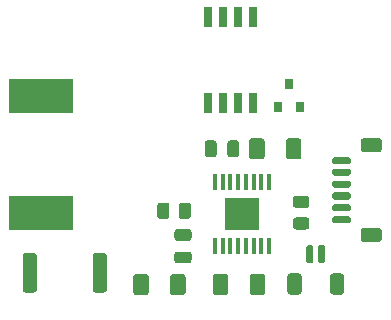
<source format=gbr>
%TF.GenerationSoftware,KiCad,Pcbnew,(5.1.9-0-10_14)*%
%TF.CreationDate,2021-02-27T23:24:30+08:00*%
%TF.ProjectId,xhp70-driver,78687037-302d-4647-9269-7665722e6b69,rev?*%
%TF.SameCoordinates,Original*%
%TF.FileFunction,Paste,Top*%
%TF.FilePolarity,Positive*%
%FSLAX46Y46*%
G04 Gerber Fmt 4.6, Leading zero omitted, Abs format (unit mm)*
G04 Created by KiCad (PCBNEW (5.1.9-0-10_14)) date 2021-02-27 23:24:30*
%MOMM*%
%LPD*%
G01*
G04 APERTURE LIST*
%ADD10R,0.800000X0.900000*%
%ADD11R,0.650000X1.700000*%
%ADD12R,2.940000X2.720000*%
%ADD13R,0.350000X1.400000*%
%ADD14R,5.400000X2.900000*%
G04 APERTURE END LIST*
%TO.C,J2*%
G36*
G01*
X152299999Y-70200000D02*
X153600001Y-70200000D01*
G75*
G02*
X153850000Y-70449999I0J-249999D01*
G01*
X153850000Y-71150001D01*
G75*
G02*
X153600001Y-71400000I-249999J0D01*
G01*
X152299999Y-71400000D01*
G75*
G02*
X152050000Y-71150001I0J249999D01*
G01*
X152050000Y-70449999D01*
G75*
G02*
X152299999Y-70200000I249999J0D01*
G01*
G37*
G36*
G01*
X152299999Y-62600000D02*
X153600001Y-62600000D01*
G75*
G02*
X153850000Y-62849999I0J-249999D01*
G01*
X153850000Y-63550001D01*
G75*
G02*
X153600001Y-63800000I-249999J0D01*
G01*
X152299999Y-63800000D01*
G75*
G02*
X152050000Y-63550001I0J249999D01*
G01*
X152050000Y-62849999D01*
G75*
G02*
X152299999Y-62600000I249999J0D01*
G01*
G37*
G36*
G01*
X149800000Y-69200000D02*
X151050000Y-69200000D01*
G75*
G02*
X151200000Y-69350000I0J-150000D01*
G01*
X151200000Y-69650000D01*
G75*
G02*
X151050000Y-69800000I-150000J0D01*
G01*
X149800000Y-69800000D01*
G75*
G02*
X149650000Y-69650000I0J150000D01*
G01*
X149650000Y-69350000D01*
G75*
G02*
X149800000Y-69200000I150000J0D01*
G01*
G37*
G36*
G01*
X149800000Y-68200000D02*
X151050000Y-68200000D01*
G75*
G02*
X151200000Y-68350000I0J-150000D01*
G01*
X151200000Y-68650000D01*
G75*
G02*
X151050000Y-68800000I-150000J0D01*
G01*
X149800000Y-68800000D01*
G75*
G02*
X149650000Y-68650000I0J150000D01*
G01*
X149650000Y-68350000D01*
G75*
G02*
X149800000Y-68200000I150000J0D01*
G01*
G37*
G36*
G01*
X149800000Y-67200000D02*
X151050000Y-67200000D01*
G75*
G02*
X151200000Y-67350000I0J-150000D01*
G01*
X151200000Y-67650000D01*
G75*
G02*
X151050000Y-67800000I-150000J0D01*
G01*
X149800000Y-67800000D01*
G75*
G02*
X149650000Y-67650000I0J150000D01*
G01*
X149650000Y-67350000D01*
G75*
G02*
X149800000Y-67200000I150000J0D01*
G01*
G37*
G36*
G01*
X149800000Y-66200000D02*
X151050000Y-66200000D01*
G75*
G02*
X151200000Y-66350000I0J-150000D01*
G01*
X151200000Y-66650000D01*
G75*
G02*
X151050000Y-66800000I-150000J0D01*
G01*
X149800000Y-66800000D01*
G75*
G02*
X149650000Y-66650000I0J150000D01*
G01*
X149650000Y-66350000D01*
G75*
G02*
X149800000Y-66200000I150000J0D01*
G01*
G37*
G36*
G01*
X149800000Y-65200000D02*
X151050000Y-65200000D01*
G75*
G02*
X151200000Y-65350000I0J-150000D01*
G01*
X151200000Y-65650000D01*
G75*
G02*
X151050000Y-65800000I-150000J0D01*
G01*
X149800000Y-65800000D01*
G75*
G02*
X149650000Y-65650000I0J150000D01*
G01*
X149650000Y-65350000D01*
G75*
G02*
X149800000Y-65200000I150000J0D01*
G01*
G37*
G36*
G01*
X149800000Y-64200000D02*
X151050000Y-64200000D01*
G75*
G02*
X151200000Y-64350000I0J-150000D01*
G01*
X151200000Y-64650000D01*
G75*
G02*
X151050000Y-64800000I-150000J0D01*
G01*
X149800000Y-64800000D01*
G75*
G02*
X149650000Y-64650000I0J150000D01*
G01*
X149650000Y-64350000D01*
G75*
G02*
X149800000Y-64200000I150000J0D01*
G01*
G37*
%TD*%
D10*
%TO.C,U3*%
X146000000Y-58000000D03*
X146950000Y-60000000D03*
X145050000Y-60000000D03*
%TD*%
D11*
%TO.C,U2*%
X139095000Y-52350000D03*
X140365000Y-52350000D03*
X141635000Y-52350000D03*
X142905000Y-52350000D03*
X142905000Y-59650000D03*
X141635000Y-59650000D03*
X140365000Y-59650000D03*
X139095000Y-59650000D03*
%TD*%
D12*
%TO.C,U1*%
X142000000Y-69000000D03*
D13*
X139725000Y-66300000D03*
X139725000Y-71700000D03*
X140375000Y-66300000D03*
X140375000Y-71700000D03*
X141025000Y-66300000D03*
X141025000Y-71700000D03*
X141675000Y-66300000D03*
X141675000Y-71700000D03*
X142325000Y-66300000D03*
X142325000Y-71700000D03*
X142975000Y-66300000D03*
X142975000Y-71700000D03*
X143625000Y-66300000D03*
X143625000Y-71700000D03*
X144275000Y-66300000D03*
X144275000Y-71700000D03*
%TD*%
%TO.C,R5*%
G36*
G01*
X147050000Y-74299999D02*
X147050000Y-75600001D01*
G75*
G02*
X146800001Y-75850000I-249999J0D01*
G01*
X146099999Y-75850000D01*
G75*
G02*
X145850000Y-75600001I0J249999D01*
G01*
X145850000Y-74299999D01*
G75*
G02*
X146099999Y-74050000I249999J0D01*
G01*
X146800001Y-74050000D01*
G75*
G02*
X147050000Y-74299999I0J-249999D01*
G01*
G37*
G36*
G01*
X150650000Y-74299999D02*
X150650000Y-75600001D01*
G75*
G02*
X150400001Y-75850000I-249999J0D01*
G01*
X149699999Y-75850000D01*
G75*
G02*
X149450000Y-75600001I0J249999D01*
G01*
X149450000Y-74299999D01*
G75*
G02*
X149699999Y-74050000I249999J0D01*
G01*
X150400001Y-74050000D01*
G75*
G02*
X150650000Y-74299999I0J-249999D01*
G01*
G37*
G36*
G01*
X148050000Y-71800000D02*
X148050000Y-73050000D01*
G75*
G02*
X147900000Y-73200000I-150000J0D01*
G01*
X147600000Y-73200000D01*
G75*
G02*
X147450000Y-73050000I0J150000D01*
G01*
X147450000Y-71800000D01*
G75*
G02*
X147600000Y-71650000I150000J0D01*
G01*
X147900000Y-71650000D01*
G75*
G02*
X148050000Y-71800000I0J-150000D01*
G01*
G37*
G36*
G01*
X149050000Y-71800000D02*
X149050000Y-73050000D01*
G75*
G02*
X148900000Y-73200000I-150000J0D01*
G01*
X148600000Y-73200000D01*
G75*
G02*
X148450000Y-73050000I0J150000D01*
G01*
X148450000Y-71800000D01*
G75*
G02*
X148600000Y-71650000I150000J0D01*
G01*
X148900000Y-71650000D01*
G75*
G02*
X149050000Y-71800000I0J-150000D01*
G01*
G37*
%TD*%
%TO.C,R4*%
G36*
G01*
X147450001Y-68512500D02*
X146549999Y-68512500D01*
G75*
G02*
X146300000Y-68262501I0J249999D01*
G01*
X146300000Y-67737499D01*
G75*
G02*
X146549999Y-67487500I249999J0D01*
G01*
X147450001Y-67487500D01*
G75*
G02*
X147700000Y-67737499I0J-249999D01*
G01*
X147700000Y-68262501D01*
G75*
G02*
X147450001Y-68512500I-249999J0D01*
G01*
G37*
G36*
G01*
X147450001Y-70337500D02*
X146549999Y-70337500D01*
G75*
G02*
X146300000Y-70087501I0J249999D01*
G01*
X146300000Y-69562499D01*
G75*
G02*
X146549999Y-69312500I249999J0D01*
G01*
X147450001Y-69312500D01*
G75*
G02*
X147700000Y-69562499I0J-249999D01*
G01*
X147700000Y-70087501D01*
G75*
G02*
X147450001Y-70337500I-249999J0D01*
G01*
G37*
%TD*%
%TO.C,R3*%
G36*
G01*
X136650000Y-69200001D02*
X136650000Y-68299999D01*
G75*
G02*
X136899999Y-68050000I249999J0D01*
G01*
X137425001Y-68050000D01*
G75*
G02*
X137675000Y-68299999I0J-249999D01*
G01*
X137675000Y-69200001D01*
G75*
G02*
X137425001Y-69450000I-249999J0D01*
G01*
X136899999Y-69450000D01*
G75*
G02*
X136650000Y-69200001I0J249999D01*
G01*
G37*
G36*
G01*
X134825000Y-69200001D02*
X134825000Y-68299999D01*
G75*
G02*
X135074999Y-68050000I249999J0D01*
G01*
X135600001Y-68050000D01*
G75*
G02*
X135850000Y-68299999I0J-249999D01*
G01*
X135850000Y-69200001D01*
G75*
G02*
X135600001Y-69450000I-249999J0D01*
G01*
X135074999Y-69450000D01*
G75*
G02*
X134825000Y-69200001I0J249999D01*
G01*
G37*
%TD*%
%TO.C,R1*%
G36*
G01*
X124650000Y-72575000D02*
X124650000Y-75425000D01*
G75*
G02*
X124400000Y-75675000I-250000J0D01*
G01*
X123675000Y-75675000D01*
G75*
G02*
X123425000Y-75425000I0J250000D01*
G01*
X123425000Y-72575000D01*
G75*
G02*
X123675000Y-72325000I250000J0D01*
G01*
X124400000Y-72325000D01*
G75*
G02*
X124650000Y-72575000I0J-250000D01*
G01*
G37*
G36*
G01*
X130575000Y-72575000D02*
X130575000Y-75425000D01*
G75*
G02*
X130325000Y-75675000I-250000J0D01*
G01*
X129600000Y-75675000D01*
G75*
G02*
X129350000Y-75425000I0J250000D01*
G01*
X129350000Y-72575000D01*
G75*
G02*
X129600000Y-72325000I250000J0D01*
G01*
X130325000Y-72325000D01*
G75*
G02*
X130575000Y-72575000I0J-250000D01*
G01*
G37*
%TD*%
D14*
%TO.C,L1*%
X125000000Y-59050000D03*
X125000000Y-68950000D03*
%TD*%
%TO.C,C6*%
G36*
G01*
X139850000Y-63025000D02*
X139850000Y-63975000D01*
G75*
G02*
X139600000Y-64225000I-250000J0D01*
G01*
X139100000Y-64225000D01*
G75*
G02*
X138850000Y-63975000I0J250000D01*
G01*
X138850000Y-63025000D01*
G75*
G02*
X139100000Y-62775000I250000J0D01*
G01*
X139600000Y-62775000D01*
G75*
G02*
X139850000Y-63025000I0J-250000D01*
G01*
G37*
G36*
G01*
X141750000Y-63025000D02*
X141750000Y-63975000D01*
G75*
G02*
X141500000Y-64225000I-250000J0D01*
G01*
X141000000Y-64225000D01*
G75*
G02*
X140750000Y-63975000I0J250000D01*
G01*
X140750000Y-63025000D01*
G75*
G02*
X141000000Y-62775000I250000J0D01*
G01*
X141500000Y-62775000D01*
G75*
G02*
X141750000Y-63025000I0J-250000D01*
G01*
G37*
%TD*%
%TO.C,C5*%
G36*
G01*
X136525000Y-72200000D02*
X137475000Y-72200000D01*
G75*
G02*
X137725000Y-72450000I0J-250000D01*
G01*
X137725000Y-72950000D01*
G75*
G02*
X137475000Y-73200000I-250000J0D01*
G01*
X136525000Y-73200000D01*
G75*
G02*
X136275000Y-72950000I0J250000D01*
G01*
X136275000Y-72450000D01*
G75*
G02*
X136525000Y-72200000I250000J0D01*
G01*
G37*
G36*
G01*
X136525000Y-70300000D02*
X137475000Y-70300000D01*
G75*
G02*
X137725000Y-70550000I0J-250000D01*
G01*
X137725000Y-71050000D01*
G75*
G02*
X137475000Y-71300000I-250000J0D01*
G01*
X136525000Y-71300000D01*
G75*
G02*
X136275000Y-71050000I0J250000D01*
G01*
X136275000Y-70550000D01*
G75*
G02*
X136525000Y-70300000I250000J0D01*
G01*
G37*
%TD*%
%TO.C,C4*%
G36*
G01*
X145712500Y-64150001D02*
X145712500Y-62849999D01*
G75*
G02*
X145962499Y-62600000I249999J0D01*
G01*
X146787501Y-62600000D01*
G75*
G02*
X147037500Y-62849999I0J-249999D01*
G01*
X147037500Y-64150001D01*
G75*
G02*
X146787501Y-64400000I-249999J0D01*
G01*
X145962499Y-64400000D01*
G75*
G02*
X145712500Y-64150001I0J249999D01*
G01*
G37*
G36*
G01*
X142587500Y-64150001D02*
X142587500Y-62849999D01*
G75*
G02*
X142837499Y-62600000I249999J0D01*
G01*
X143662501Y-62600000D01*
G75*
G02*
X143912500Y-62849999I0J-249999D01*
G01*
X143912500Y-64150001D01*
G75*
G02*
X143662501Y-64400000I-249999J0D01*
G01*
X142837499Y-64400000D01*
G75*
G02*
X142587500Y-64150001I0J249999D01*
G01*
G37*
%TD*%
%TO.C,C3*%
G36*
G01*
X135900000Y-75650001D02*
X135900000Y-74349999D01*
G75*
G02*
X136149999Y-74100000I249999J0D01*
G01*
X136975001Y-74100000D01*
G75*
G02*
X137225000Y-74349999I0J-249999D01*
G01*
X137225000Y-75650001D01*
G75*
G02*
X136975001Y-75900000I-249999J0D01*
G01*
X136149999Y-75900000D01*
G75*
G02*
X135900000Y-75650001I0J249999D01*
G01*
G37*
G36*
G01*
X132775000Y-75650001D02*
X132775000Y-74349999D01*
G75*
G02*
X133024999Y-74100000I249999J0D01*
G01*
X133850001Y-74100000D01*
G75*
G02*
X134100000Y-74349999I0J-249999D01*
G01*
X134100000Y-75650001D01*
G75*
G02*
X133850001Y-75900000I-249999J0D01*
G01*
X133024999Y-75900000D01*
G75*
G02*
X132775000Y-75650001I0J249999D01*
G01*
G37*
%TD*%
%TO.C,C2*%
G36*
G01*
X142650000Y-75650001D02*
X142650000Y-74349999D01*
G75*
G02*
X142899999Y-74100000I249999J0D01*
G01*
X143725001Y-74100000D01*
G75*
G02*
X143975000Y-74349999I0J-249999D01*
G01*
X143975000Y-75650001D01*
G75*
G02*
X143725001Y-75900000I-249999J0D01*
G01*
X142899999Y-75900000D01*
G75*
G02*
X142650000Y-75650001I0J249999D01*
G01*
G37*
G36*
G01*
X139525000Y-75650001D02*
X139525000Y-74349999D01*
G75*
G02*
X139774999Y-74100000I249999J0D01*
G01*
X140600001Y-74100000D01*
G75*
G02*
X140850000Y-74349999I0J-249999D01*
G01*
X140850000Y-75650001D01*
G75*
G02*
X140600001Y-75900000I-249999J0D01*
G01*
X139774999Y-75900000D01*
G75*
G02*
X139525000Y-75650001I0J249999D01*
G01*
G37*
%TD*%
M02*

</source>
